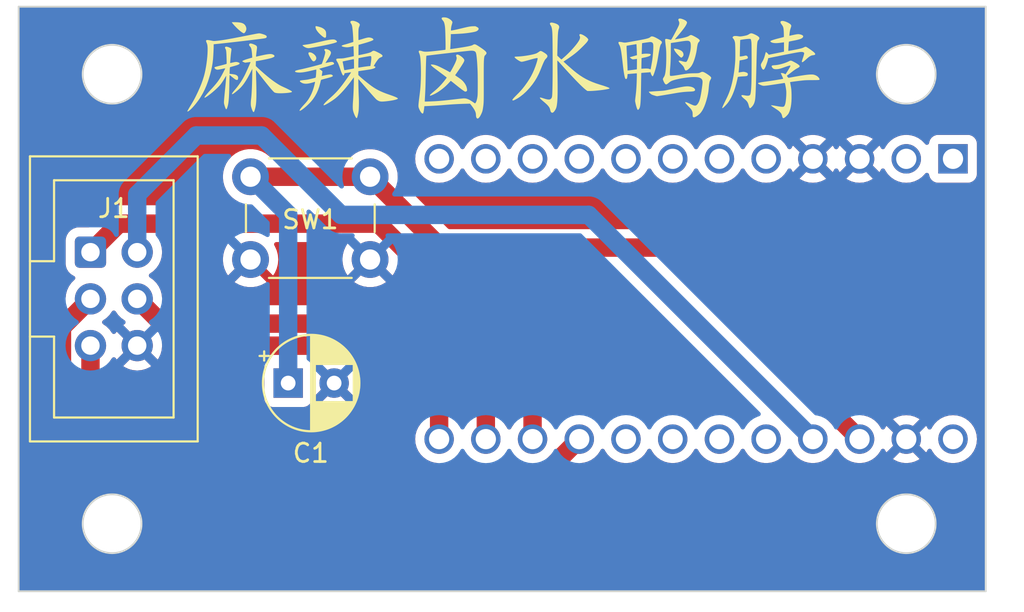
<source format=kicad_pcb>
(kicad_pcb (version 20221018) (generator pcbnew)
  (layers (0 "F.Cu" signal) (31 "B.Cu" signal) (34 "B.Paste" user) (35 "F.Paste" user) (36 "B.SilkS" user "B.Silkscreen") (37 "F.SilkS" user "F.Silkscreen") (38 "B.Mask" user) (39 "F.Mask" user) (44 "Edge.Cuts" user))
  (net 0 "")
  (net 1 "Net-(U2-RST)")
  (net 2 "GND")
  (net 3 "Net-(J1-MISO)")
  (net 4 "Net-(J1-VCC)")
  (net 5 "Net-(J1-SCK)")
  (net 6 "Net-(J1-MOSI)")
  (net 7 "Net-(J1-~{RST})")
  (footprint "Connector_IDC:IDC-Header_2x03_P2.54mm_Vertical" (layer "F.Cu") (at 141.825 88.895)
    (fp_text reference "J1" (at 1.27 -2.382) (layer "F.SilkS"))
    (fp_text value "AVR-ISP-6" hide)
    (pad "1" thru_hole roundrect (at 0 0) (size 1.7 1.7) (drill 1) (layers "*.Cu" "*.Mask") (roundrect_rratio 0.147059) (net 3 "Net-(J1-MISO)"))
    (pad "2" thru_hole circle (at 2.54 0) (size 1.7 1.7) (drill 1) (layers "*.Cu" "*.Mask") (net 4 "Net-(J1-VCC)"))
    (pad "3" thru_hole circle (at 0 2.54) (size 1.7 1.7) (drill 1) (layers "*.Cu" "*.Mask") (net 5 "Net-(J1-SCK)"))
    (pad "4" thru_hole circle (at 2.54 2.54) (size 1.7 1.7) (drill 1) (layers "*.Cu" "*.Mask") (net 6 "Net-(J1-MOSI)"))
    (pad "5" thru_hole circle (at 0 5.08) (size 1.7 1.7) (drill 1) (layers "*.Cu" "*.Mask") (net 7 "Net-(J1-~{RST})"))
    (pad "6" thru_hole circle (at 2.54 5.08) (size 1.7 1.7) (drill 1) (layers "*.Cu" "*.Mask") (net 2 "GND"))
  )
  (footprint "Button_Switch_THT:SW_PUSH_6mm" (layer "F.Cu") (at 150.5285 84.795)
    (fp_text reference "SW1" (at 3.25 2.327) (layer "F.SilkS"))
    (fp_text value "SW_Push" hide)
    (pad "1" thru_hole circle (at 0 0 90) (size 2 2) (drill 1.1) (layers "*.Cu" "*.Mask") (net 1 "Net-(U2-RST)"))
    (pad "1" thru_hole circle (at 6.5 0 90) (size 2 2) (drill 1.1) (layers "*.Cu" "*.Mask") (net 1 "Net-(U2-RST)"))
    (pad "2" thru_hole circle (at 0 4.5 90) (size 2 2) (drill 1.1) (layers "*.Cu" "*.Mask") (net 2 "GND"))
    (pad "2" thru_hole circle (at 6.5 4.5 90) (size 2 2) (drill 1.1) (layers "*.Cu" "*.Mask") (net 2 "GND"))
  )
  (footprint "Capacitor_THT:CP_Radial_D5.0mm_P2.50mm" (layer "F.Cu") (at 152.573388 96.012)
    (fp_text reference "C1" (at 1.23 3.81) (layer "F.SilkS"))
    (fp_text value "10uF")
    (pad "1" thru_hole rect (at 0 0) (size 1.6 1.6) (drill 0.8) (layers "*.Cu" "*.Mask") (net 1 "Net-(U2-RST)"))
    (pad "2" thru_hole circle (at 2.5 0) (size 1.6 1.6) (drill 0.8) (layers "*.Cu" "*.Mask") (net 2 "GND"))
  )
  (footprint "LOGO" (layer "F.Cu") (at 164.59 79.19)
    (fp_text reference "G***" hide)
    (fp_text value "LOGO" hide)
  )
  (footprint "ProMicro:ProMicro-NoSilk" (layer "F.Cu") (at 174.752 91.44 180)
    (fp_text reference "U2" hide)
    (fp_text value "PRO_MICRO")
    (pad "1" thru_hole rect (at -13.97 7.62 180) (size 1.6 1.6) (drill 1.1) (layers "*.Cu" "*.Mask"))
    (pad "2" thru_hole circle (at -11.43 7.62 180) (size 1.6 1.6) (drill 1.1) (layers "*.Cu" "*.Mask"))
    (pad "3" thru_hole circle (at -8.89 7.62 180) (size 1.6 1.6) (drill 1.1) (layers "*.Cu" "*.Mask") (net 2 "GND"))
    (pad "4" thru_hole circle (at -6.35 7.62 180) (size 1.6 1.6) (drill 1.1) (layers "*.Cu" "*.Mask") (net 2 "GND"))
    (pad "5" thru_hole circle (at -3.81 7.62 180) (size 1.6 1.6) (drill 1.1) (layers "*.Cu" "*.Mask"))
    (pad "6" thru_hole circle (at -1.27 7.62 180) (size 1.6 1.6) (drill 1.1) (layers "*.Cu" "*.Mask"))
    (pad "7" thru_hole circle (at 1.27 7.62 180) (size 1.6 1.6) (drill 1.1) (layers "*.Cu" "*.Mask"))
    (pad "8" thru_hole circle (at 3.81 7.62 180) (size 1.6 1.6) (drill 1.1) (layers "*.Cu" "*.Mask"))
    (pad "9" thru_hole circle (at 6.35 7.62 180) (size 1.6 1.6) (drill 1.1) (layers "*.Cu" "*.Mask"))
    (pad "10" thru_hole circle (at 8.89 7.62 180) (size 1.6 1.6) (drill 1.1) (layers "*.Cu" "*.Mask"))
    (pad "11" thru_hole circle (at 11.43 7.62 180) (size 1.6 1.6) (drill 1.1) (layers "*.Cu" "*.Mask"))
    (pad "12" thru_hole circle (at 13.97 7.62 180) (size 1.6 1.6) (drill 1.1) (layers "*.Cu" "*.Mask"))
    (pad "13" thru_hole circle (at 13.97 -7.62 180) (size 1.6 1.6) (drill 1.1) (layers "*.Cu" "*.Mask") (net 7 "Net-(J1-~{RST})"))
    (pad "14" thru_hole circle (at 11.43 -7.62 180) (size 1.6 1.6) (drill 1.1) (layers "*.Cu" "*.Mask") (net 6 "Net-(J1-MOSI)"))
    (pad "15" thru_hole circle (at 8.89 -7.62 180) (size 1.6 1.6) (drill 1.1) (layers "*.Cu" "*.Mask") (net 3 "Net-(J1-MISO)"))
    (pad "16" thru_hole circle (at 6.35 -7.62 180) (size 1.6 1.6) (drill 1.1) (layers "*.Cu" "*.Mask") (net 5 "Net-(J1-SCK)"))
    (pad "17" thru_hole circle (at 3.81 -7.62 180) (size 1.6 1.6) (drill 1.1) (layers "*.Cu" "*.Mask"))
    (pad "18" thru_hole circle (at 1.27 -7.62 180) (size 1.6 1.6) (drill 1.1) (layers "*.Cu" "*.Mask"))
    (pad "19" thru_hole circle (at -1.27 -7.62 180) (size 1.6 1.6) (drill 1.1) (layers "*.Cu" "*.Mask"))
    (pad "20" thru_hole circle (at -3.81 -7.62 180) (size 1.6 1.6) (drill 1.1) (layers "*.Cu" "*.Mask"))
    (pad "21" thru_hole circle (at -6.35 -7.62 180) (size 1.6 1.6) (drill 1.1) (layers "*.Cu" "*.Mask") (net 4 "Net-(J1-VCC)"))
    (pad "22" thru_hole circle (at -8.89 -7.62 180) (size 1.6 1.6) (drill 1.1) (layers "*.Cu" "*.Mask") (net 1 "Net-(U2-RST)"))
    (pad "23" thru_hole circle (at -11.43 -7.62 180) (size 1.6 1.6) (drill 1.1) (layers "*.Cu" "*.Mask") (net 2 "GND"))
    (pad "24" thru_hole circle (at -13.97 -7.62 180) (size 1.6 1.6) (drill 1.1) (layers "*.Cu" "*.Mask"))
  )
  (gr_line (start 190.5 75.55) (end 190.5 107.33) (stroke (width 0.1)) (layer "Edge.Cuts"))
  (gr_circle (center 186.182 103.66) (end 187.782 103.66) (stroke (width 0.1)) (fill none) (layer "Edge.Cuts"))
  (gr_line (start 137.922 75.55) (end 137.922 107.33) (stroke (width 0.1)) (layer "Edge.Cuts"))
  (gr_circle (center 143.002 103.66) (end 144.602 103.66) (stroke (width 0.1)) (fill none) (layer "Edge.Cuts"))
  (gr_circle (center 186.182 79.22) (end 187.782 79.22) (stroke (width 0.1)) (fill none) (layer "Edge.Cuts"))
  (gr_circle (center 143.002 79.22) (end 144.602 79.22) (stroke (width 0.1)) (fill none) (layer "Edge.Cuts"))
  (gr_line (start 137.922 107.33) (end 190.5 107.33) (stroke (width 0.1)) (layer "Edge.Cuts"))
  (gr_line (start 137.922 75.55) (end 190.5 75.55) (stroke (width 0.1)) (layer "Edge.Cuts"))
  (segment (start 173.228 88.646) (end 160.8795 88.646) (width 1) (layer "F.Cu") (net 1))
  (segment (start 160.8795 88.646) (end 157.0285 84.795) (width 1) (layer "F.Cu") (net 1))
  (segment (start 183.642 99.06) (end 173.228 88.646) (width 1) (layer "F.Cu") (net 1))
  (segment (start 157.0285 84.795) (end 150.5285 84.795) (width 1) (layer "F.Cu") (net 1))
  (segment (start 150.5285 84.795) (end 152.573388 86.839888) (width 1) (layer "B.Cu") (net 1))
  (segment (start 152.573388 86.839888) (end 152.573388 96.012) (width 1) (layer "B.Cu") (net 1))
  (segment (start 165.862 95.724336) (end 165.862 99.06) (width 1) (layer "F.Cu") (net 3))
  (segment (start 141.825 88.895) (end 143.375 87.345) (width 1) (layer "F.Cu") (net 3))
  (segment (start 157.482664 87.345) (end 165.862 95.724336) (width 1) (layer "F.Cu") (net 3))
  (segment (start 143.375 87.345) (end 157.482664 87.345) (width 1) (layer "F.Cu") (net 3))
  (segment (start 181.102 99.06) (end 168.91 86.868) (width 1) (layer "B.Cu") (net 4))
  (segment (start 147.574 82.55) (end 144.365 85.759) (width 1) (layer "B.Cu") (net 4))
  (segment (start 155.448 86.868) (end 151.13 82.55) (width 1) (layer "B.Cu") (net 4))
  (segment (start 151.13 82.55) (end 147.574 82.55) (width 1) (layer "B.Cu") (net 4))
  (segment (start 144.365 85.759) (end 144.365 88.895) (width 1) (layer "B.Cu") (net 4))
  (segment (start 168.91 86.868) (end 155.448 86.868) (width 1) (layer "B.Cu") (net 4))
  (segment (start 159.258 101.6) (end 165.862 101.6) (width 1) (layer "F.Cu") (net 5))
  (segment (start 140.275 95.998056) (end 142.828944 98.552) (width 1) (layer "F.Cu") (net 5))
  (segment (start 157.48 99.822) (end 159.258 101.6) (width 1) (layer "F.Cu") (net 5))
  (segment (start 141.825 91.435) (end 140.275 92.985) (width 1) (layer "F.Cu") (net 5))
  (segment (start 142.828944 98.552) (end 150.368 98.552) (width 1) (layer "F.Cu") (net 5))
  (segment (start 140.275 92.985) (end 140.275 95.998056) (width 1) (layer "F.Cu") (net 5))
  (segment (start 151.638 99.822) (end 157.48 99.822) (width 1) (layer "F.Cu") (net 5))
  (segment (start 150.368 98.552) (end 151.638 99.822) (width 1) (layer "F.Cu") (net 5))
  (segment (start 165.862 101.6) (end 168.402 99.06) (width 1) (layer "F.Cu") (net 5))
  (segment (start 163.322 97.616944) (end 158.485056 92.78) (width 1) (layer "F.Cu") (net 6))
  (segment (start 158.485056 92.78) (end 145.71 92.78) (width 1) (layer "F.Cu") (net 6))
  (segment (start 145.71 92.78) (end 144.365 91.435) (width 1) (layer "F.Cu") (net 6))
  (segment (start 163.322 99.06) (end 163.322 97.616944) (width 1) (layer "F.Cu") (net 6))
  (segment (start 160.782 96.774) (end 157.988 93.98) (width 1) (layer "F.Cu") (net 7))
  (segment (start 143.256 97.282) (end 141.825 95.851) (width 1) (layer "F.Cu") (net 7))
  (segment (start 141.825 95.851) (end 141.825 93.975) (width 1) (layer "F.Cu") (net 7))
  (segment (start 160.782 99.06) (end 160.782 96.774) (width 1) (layer "F.Cu") (net 7))
  (segment (start 150.622 93.98) (end 147.32 97.282) (width 1) (layer "F.Cu") (net 7))
  (segment (start 147.32 97.282) (end 143.256 97.282) (width 1) (layer "F.Cu") (net 7))
  (segment (start 157.988 93.98) (end 150.622 93.98) (width 1) (layer "F.Cu") (net 7))
  (zone (net 2) (net_name "GND") (layers "F&B.Cu") (connect_pads (clearance 0.5)) (min_thickness 0.25) (fill yes (thermal_gap 0.5) (thermal_bridge_width 0.5))
    (polygon (pts (xy 191.77 75.184) (xy 191.77 108.458) (xy 136.906 108.458) (xy 136.906 75.184)))
  )
)
</source>
